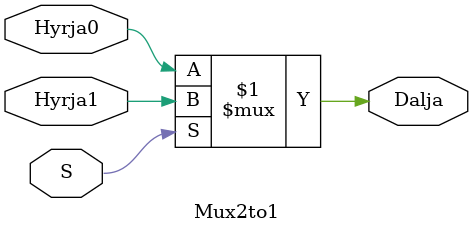
<source format=v>
`timescale 1ns / 1ps


module Mux2to1(
    input Hyrja0,
    input Hyrja1,
    input S,
    output Dalja
    );
    
    assign Dalja = S ? Hyrja1 : Hyrja0;
endmodule
</source>
